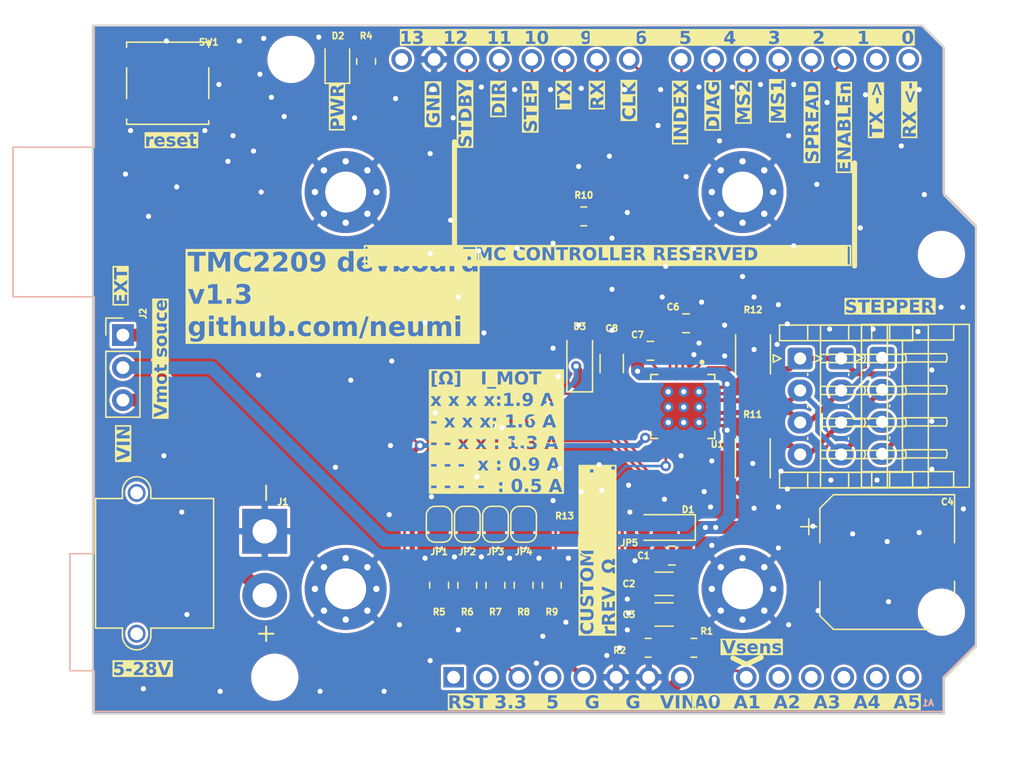
<source format=kicad_pcb>
(kicad_pcb (version 20221018) (generator pcbnew)
  (layers (0 "F.Cu" signal) (31 "B.Cu" signal) (34 "B.Paste" user) (35 "F.Paste" user) (36 "B.SilkS" user "B.Silkscreen") (37 "F.SilkS" user "F.Silkscreen") (38 "B.Mask" user) (39 "F.Mask" user) (44 "Edge.Cuts" user))
  (net 0 "")
  (net 3 "rst")
  (net 4 "+3V3")
  (net 5 "+5V")
  (net 6 "GND")
  (net 7 "Net-(A1-VIN)")
  (net 8 "MOT_INDEX")
  (net 16 "MOT_DIR")
  (net 17 "MOT_STEP")
  (net 18 "MOT_STANDBY")
  (net 19 "MOT_CLK")
  (net 20 "MOT_SPREAD")
  (net 21 "MOT_MS1")
  (net 22 "MOT_MS2")
  (net 23 "MOT_DIAG")
  (net 24 "MOT_ENABLE")
  (net 26 "Vdrive")
  (net 27 "+28V")
  (net 28 "Net-(U1-CPO)")
  (net 29 "Net-(JP1-A)")
  (net 30 "Net-(JP1-B)")
  (net 31 "Net-(JP2-B)")
  (net 32 "Net-(JP3-B)")
  (net 33 "Net-(JP4-B)")
  (net 34 "Net-(JP5-A)")
  (net 35 "MOT_UART_TX")
  (net 36 "MOT_UART_RX")
  (net 37 "Net-(U1-CPI)")
  (net 38 "Net-(U1-VCP)")
  (net 39 "voltage_detect")
  (net 40 "Net-(D3-K)")
  (net 41 "Net-(D2-A)")
  (net 42 "Net-(U1-BRA)")
  (net 43 "Net-(U1-BRB)")
  (net 44 "unconnected-(U1-EXP-Pad29)")
  (net 46 "OA1")
  (net 47 "OB1")
  (net 48 "OA2")
  (net 49 "OB2")
  (footprint "Resistor_SMD:R_0805_2012Metric" (layer "F.Cu") (at 63.6 24.8 90)
    (fp_text reference "R4")
    (fp_text value "R330" hide)
  )
  (footprint "Capacitor_SMD:C_0805_2012Metric" (layer "F.Cu") (at 87.475 63.4)
    (fp_text reference "C1")
    (fp_text value "C100nF" hide)
  )
  (footprint "Resistor_SMD:R_0805_2012Metric" (layer "F.Cu") (at 69.3 65.7125 90)
    (fp_text reference "R5")
    (fp_text value "R33k" hide)
  )
  (footprint "Resistor_SMD:R_0805_2012Metric" (layer "F.Cu") (at 89.2 70.6 180)
    (fp_text reference "R1")
    (fp_text value "R10k" hide)
  )
  (footprint "Jumper:SolderJumper-2_P1.3mm_Open_RoundedPad1.0x1.5mm" (layer "F.Cu") (at 71.5 60.95 -90)
    (fp_text reference "JP2")
    (fp_text value "Jumper" hide)
  )
  (footprint "Button_Switch_SMD:SW_Push_1P1T_NO_CK_KSC6xxJ" (layer "F.Cu") (at 48.1 26.5)
    (fp_text reference "SW1")
    (fp_text value "SW_Push" hide)
  )
  (footprint "Capacitor_SMD:CP_Elec_10x10" (layer "F.Cu") (at 104.3 63.9)
    (fp_text reference "C4")
    (fp_text value "C_330uF" hide)
  )
  (footprint "Jumper:SolderJumper-2_P1.3mm_Bridged_RoundedPad1.0x1.5mm" (layer "F.Cu") (at 81.6 62.4 180)
    (fp_text reference "JP5")
    (fp_text value "SolderJumper_2_Bridged" hide)
  )
  (footprint "Jumper:SolderJumper-2_P1.3mm_Open_RoundedPad1.0x1.5mm" (layer "F.Cu") (at 69.3 60.95 -90)
    (fp_text reference "JP1")
    (fp_text value "Jumper" hide)
  )
  (footprint "Connector_PinHeader_2.54mm:PinHeader_1x03_P2.54mm_Vertical" (layer "F.Cu") (at 44.6 46.175)
    (fp_text reference "J2")
    (fp_text value "Conn_01x03_Pin" hide)
  )
  (footprint "Resistor_SMD:R_0805_2012Metric" (layer "F.Cu") (at 78.1 65.7125 90)
    (fp_text reference "R9")
    (fp_text value "R33k" hide)
  )
  (footprint "Diode_SMD:D_SOD-123" (layer "F.Cu") (at 86.95 61.2 180)
    (fp_text reference "D1")
    (fp_text value "D_TVS_30V" hide)
  )
  (footprint "Resistor_SMD:R_0805_2012Metric" (layer "F.Cu") (at 81.7 60.2 180)
    (fp_text reference "R13")
    (fp_text value "R33k" hide)
  )
  (footprint "Capacitor_SMD:C_1206_3216Metric" (layer "F.Cu") (at 82.7825 48.4 90)
    (fp_text reference "C8")
    (fp_text value "C2.2-4.7uF ceramic" hide)
  )
  (footprint "MountingHole:MountingHole_3.2mm_M3_Pad_Via" (layer "F.Cu") (at 62 35)
    (fp_text reference "H4" hide)
    (fp_text value "MountingHole_Pad" hide)
  )
  (footprint "Jumper:SolderJumper-2_P1.3mm_Open_RoundedPad1.0x1.5mm" (layer "F.Cu") (at 73.7 60.95 -90)
    (fp_text reference "JP3")
    (fp_text value "Jumper" hide)
  )
  (footprint "MountingHole:MountingHole_3.2mm_M3_Pad_Via" (layer "F.Cu") (at 62 66)
    (fp_text reference "H3" hide)
    (fp_text value "MountingHole_Pad" hide)
  )
  (footprint "Resistor_SMD:R_0805_2012Metric" (layer "F.Cu") (at 80.6 36.9)
    (fp_text reference "R10")
    (fp_text value "R1k" hide)
  )
  (footprint "Capacitor_SMD:C_1206_3216Metric" (layer "F.Cu") (at 86.875 68 180)
    (fp_text reference "C3")
    (fp_text value "C4.7uF" hide)
  )
  (footprint "Connector_JST:JST_EH_S4B-EH_1x04_P2.50mm_Horizontal" (layer "F.Cu") (at 97.5 48 -90)
    (fp_text reference "J5" hide)
    (fp_text value "motor_conn" hide)
  )
  (footprint "Resistor_SMD:R_2010_5025Metric" (layer "F.Cu") (at 93.8175 47.6875 -90)
    (fp_text reference "R12")
    (fp_text value "R100mOHM" hide)
  )
  (footprint "Resistor_SMD:R_0805_2012Metric" (layer "F.Cu") (at 73.7 65.7125 90)
    (fp_text reference "R7")
    (fp_text value "R33k" hide)
  )
  (footprint "Resistor_SMD:R_0805_2012Metric" (layer "F.Cu") (at 71.5 65.7125 90)
    (fp_text reference "R6")
    (fp_text value "R33k" hide)
  )
  (footprint "Capacitor_SMD:C_0805_2012Metric" (layer "F.Cu") (at 88.5825 45.25)
    (fp_text reference "C6")
    (fp_text value "C22nF 50V" hide)
  )
  (footprint "components:QFN50P500X500X90-29N" (layer "F.Cu") (at 88.3325 51.75 -90)
    (fp_text reference "U1")
    (fp_text value "TMC2209-LA" hide)
  )
  (footprint "Capacitor_SMD:C_1206_3216Metric" (layer "F.Cu") (at 86.875 65.6 180)
    (fp_text reference "C2")
    (fp_text value "C10uF" hide)
  )
  (footprint "Capacitor_SMD:C_0805_2012Metric" (layer "F.Cu") (at 85.8 47.4 180)
    (fp_text reference "C7")
    (fp_text value "C100nF" hide)
  )
  (footprint "Connector_AMASS:AMASS_XT30PW-M_1x02_P2.50mm_Horizontal" (layer "F.Cu") (at 55.675 61.5 90)
    (fp_text reference "J1")
    (fp_text value "Conn_01x02_Male" hide)
  )
  (footprint "LED_SMD:LED_0805_2012Metric" (layer "F.Cu") (at 61.35 24.825 90)
    (fp_text reference "D2")
    (fp_text value "LED" hide)
  )
  (footprint "MountingHole:MountingHole_3.2mm_M3_Pad_Via" (layer "F.Cu") (at 93 66)
    (fp_text reference "H2" hide)
    (fp_text value "MountingHole_Pad" hide)
  )
  (footprint "Resistor_SMD:R_0805_2012Metric" (layer "F.Cu") (at 75.9 65.7125 90)
    (fp_text reference "R8")
    (fp_text value "R33k" hide)
  )
  (footprint "Jumper:SolderJumper-2_P1.3mm_Open_RoundedPad1.0x1.5mm" (layer "F.Cu") (at 75.9 60.95 -90)
    (fp_text reference "JP4")
    (fp_text value "Jumper" hide)
  )
  (footprint "Connector_JST:JST_EH_S4B-EH_1x04_P2.50mm_Horizontal" (layer "F.Cu") (at 103.9 47.95 -90)
    (fp_text reference "J4" hide)
    (fp_text value "motor_conn" hide)
  )
  (footprint "Diode_SMD:D_SOD-123" (layer "F.Cu") (at 80.2825 48.25 90)
    (fp_text reference "D3")
    (fp_text value "D_TVS_5V" hide)
  )
  (footprint "Resistor_SMD:R_0805_2012Metric" (layer "F.Cu") (at 85.625 70.6 180)
    (fp_text reference "R2")
    (fp_text value "R2k" hide)
  )
  (footprint "Resistor_SMD:R_2010_5025Metric" (layer "F.Cu") (at 93.8 55.8 90)
    (fp_text reference "R11")
    (fp_text value "R100mOHM" hide)
  )
  (footprint "MountingHole:MountingHole_3.2mm_M3_Pad_Via" (layer "F.Cu") (at 93 35)
    (fp_text reference "H1" hide)
    (fp_text value "MountingHole_Pad" hide)
  )
  (footprint "Connector_JST:JST_EH_S4B-EH_1x04_P2.50mm_Horizontal" (layer "F.Cu") (at 100.7 48 -90)
    (fp_text reference "J6" hide)
    (fp_text value "motor_conn" hide)
  )
  (footprint "Module:Arduino_UNO_R2_WithMountingHoles" (layer "B.Cu") (at 70.4325 72.9)
    (fp_text reference "A1")
    (fp_text value "Arduino_UNO_R2" hide)
  )
  (gr_line (start 92.25 71.4) (end 93.3 71.9) (stroke (width 0.4)) (layer "F.SilkS"))
  (gr_line (start 101.75 40.775) (end 101.75 32.725) (stroke (width 0.4)) (layer "F.SilkS"))
  (gr_line (start 93.3 71.9) (end 94.45 71.35) (stroke (width 0.4)) (layer "F.SilkS"))
  (gr_line (start 70.5 39.125) (end 70.5 31.075) (stroke (width 0.4)) (layer "F.SilkS"))
  (gr_line (start 108.75 35.25) (end 111.25 37.75) (stroke (width 0.15)) (layer "Edge.Cuts"))
  (gr_line (start 111.2325 37.65) (end 111.2325 70.4) (stroke (width 0.15)) (layer "Edge.Cuts"))
  (gr_line (start 111.25 70.5) (end 108.75 73) (stroke (width 0.15)) (layer "Edge.Cuts"))
  (gr_line (start 108.75 73) (end 108.75 75.75) (stroke (width 0.15)) (layer "Edge.Cuts"))
  (gr_line (start 42.25 22) (end 42.25 75.75) (stroke (width 0.15)) (layer "Edge.Cuts"))
  (gr_line (start 108.75 75.75) (end 42.25 75.75) (stroke (width 0.15)) (layer "Edge.Cuts"))
  (gr_line (start 108.75 23.75) (end 108.75 35.25) (stroke (width 0.15)) (layer "Edge.Cuts"))
  (gr_line (start 42.25 22) (end 107 22) (stroke (width 0.15)) (layer "Edge.Cuts"))
  (gr_line (start 107 22) (end 108.75 23.75) (stroke (width 0.15)) (layer "Edge.Cuts"))
  (gr_text "STEP" (at 77.1 26.4 90) (layer "F.SilkS" knockout) (effects (font (size 1 1) (thickness 0.25) bold) (justify right bottom)))
  (gr_text "13   12   11  10     9     8" (at 84.7 23.6) (layer "F.SilkS" knockout) (effects (font (size 1 1) (thickness 0.25) bold) (justify right bottom)))
  (gr_text "Vmot souce" (at 48.2 52.6 90) (layer "F.SilkS" knockout) (effects (font (size 1 1) (thickness 0.25) bold) (justify left bottom)))
  (gr_text "ENABLEn" (at 101.6 26.4 90) (layer "F.SilkS" knockout) (effects (font (size 1 1) (thickness 0.25) bold) (justify right bottom)))
  (gr_text "RX" (at 82.3 26.4 90) (layer "F.SilkS" knockout) (effects (font (size 1 1) (thickness 0.25) bold) (justify right bottom)))
  (gr_text "TX ->" (at 104.1 26.4 90) (layer "F.SilkS" knockout) (effects (font (size 1 1) (thickness 0.25) bold) (justify right bottom)))
  (gr_text "STDBY" (at 72 26.4 90) (layer "F.SilkS" knockout) (effects (font (size 1 1) (thickness 0.25) bold) (justify right bottom)))
  (gr_text "TX" (at 79.7 26.4 90) (layer "F.SilkS" knockout) (effects (font (size 1 1) (thickness 0.25) bold) (justify right bottom)))
  (gr_text "5-28V" (at 43.8 72.9) (layer "F.SilkS" knockout) (effects (font (size 1 1) (thickness 0.25) bold) (justify left bottom)))
  (gr_text "reset" (at 46.3 31.6) (layer "F.SilkS" knockout) (effects (font (size 1 1) (thickness 0.25) bold) (justify left bottom)))
  (gr_text "Vsens" (at 91.4 71.2) (layer "F.SilkS" knockout) (effects (font (size 1 1) (thickness 0.25) bold) (justify left bottom)))
  (gr_text "GND" (at 69.5 26.4 90) (layer "F.SilkS" knockout) (effects (font (size 1 1) (thickness 0.25) bold) (justify right bottom)))
  (gr_text "MS2" (at 93.75 26.3 90) (layer "F.SilkS" knockout) (effects (font (size 1 1) (thickness 0.25) bold) (justify right bottom)))
  (gr_text "CLK" (at 84.8 26.4 90) (layer "F.SilkS" knockout) (effects (font (size 1 1) (thickness 0.25) bold) (justify right bottom)))
  (gr_text "RX <-" (at 106.7 26.4 90) (layer "F.SilkS" knockout) (effects (font (size 1 1) (thickness 0.25) bold) (justify right bottom)))
  (gr_text "INDEX" (at 88.8 26.4 90) (layer "F.SilkS" knockout) (effects (font (size 1 1) (thickness 0.25) bold) (justify right bottom)))
  (gr_text "[Ω]   I_MOT \nx x x x:1.9 A\n- x x x: 1.6 A\n- - x x : 1.3 A\n- - -  x : 0.9 A\n- - -  -  : 0.5 A" (at 68.6 58.6) (layer "F.SilkS" knockout) (effects (font (size 1 1) (thickness 0.25) bold) (justify left bottom)))
  (gr_text "DIR" (at 74.6 26.4 90) (layer "F.SilkS" knockout) (effects (font (size 1 1) (thickness 0.25) bold) (justify right bottom)))
  (gr_text "DIAG" (at 91.35 26.3 90) (layer "F.SilkS" knockout) (effects (font (size 1 1) (thickness 0.25) bold) (justify right bottom)))
  (gr_text "CUSTOM            .\nrREV  Ω              ." (at 83.2 69.6 90) (layer "F.SilkS" knockout) (effects (font (size 1 1) (thickness 0.25) bold) (justify left bottom)))
  (gr_text "RST 3.3   5    G    G   VIN" (at 89.4 75.5) (layer "F.SilkS" knockout) (effects (font (size 1 1.03) (thickness 0.25) bold) (justify right bottom)))
  (gr_text "MS1" (at 96.4 26.2 90) (layer "F.SilkS" knockout) (effects (font (size 1 1) (thickness 0.25) bold) (justify right bottom)))
  (gr_text "TMC2209 devboard\nv1.3\ngithub.com/neumi" (at 49.65 46.5) (layer "F.SilkS" knockout) (effects (font (size 1.5 1.5) (thickness 0.3) bold) (justify left bottom)))
  (gr_text "|               TMC CONTROLLER RESERVED              |" (at 101.55 40.5) (layer "F.SilkS" knockout) (effects (font (size 1 1) (thickness 0.25) bold) (justify right bottom)))
  (gr_text "SPREAD" (at 99.1 26.4 90) (layer "F.SilkS" knockout) (effects (font (size 1 1) (thickness 0.25) bold) (justify right bottom)))
  (gr_text "VIN" (at 45.3 55.975 90) (layer "F.SilkS" knockout) (effects (font (size 1 1) (thickness 0.25) bold) (justify left bottom)))
  (gr_text "PWR" (at 62 30.2 90) (layer "F.SilkS" knockout) (effects (font (size 1 1) (thickness 0.25) bold) (justify left bottom)))
  (gr_text "A0  A1  A2  A3  A4  A5" (at 106.9 75.5) (layer "F.SilkS" knockout) (effects (font (size 1 1.03) (thickness 0.25) bold) (justify right bottom)))
  (gr_text "7     6     5     4     3     2     1     0" (at 106.4 23.6) (layer "F.SilkS" knockout) (effects (font (size 1 1.02) (thickness 0.25) bold) (justify right bottom)))
  (gr_text "EXT" (at 45.1 43.875 90) (layer "F.SilkS" knockout) (effects (font (size 1 1) (thickness 0.25) bold) (justify left bottom)))
  (gr_text "STEPPER" (at 100.9825 44.6) (layer "F.SilkS" knockout) (effects (font (size 1 1) (thickness 0.25) bold) (justify left bottom)))
  (segment (start 69.68995 71.3) (end 73.83 71.3) (width 0.2) (layer "F.Cu") (net 3))
  (segment (start 53.7 25.1) (end 53.7 29.6625) (width 0.2) (layer "F.Cu") (net 3))
  (segment (start 66.6 68.21005) (end 69.68995 71.3) (width 0.2) (layer "F.Cu") (net 3))
  (segment (start 66.6 32) (end 66.6 68.21005) (width 0.2) (layer "F.Cu") (net 3))
  (segment (start 54.6 30.5625) (end 65.1625 30.5625) (width 0.2) (layer "F.Cu") (net 3))
  (segment (start 53.1 24.5) (end 53.7 25.1) (width 0.2) (layer "F.Cu") (net 3))
  (segment (start 73.83 71.3) (end 75.53 73) (width 0.2) (layer "F.Cu") (net 3))
  (segment (start 53.7 29.6625) (end 54.6 30.5625) (width 0.2) (layer "F.Cu") (net 3))
  (segment (start 45.2 24.5) (end 51 24.5) (width 0.2) (layer "F.Cu") (net 3))
  (segment (start 51 24.5) (end 53.1 24.5) (width 0.2) (layer "F.Cu") (net 3))
  (segment (start 65.1625 30.5625) (end 66.6 32) (width 0.2) (layer "F.Cu") (net 3))
  (segment (start 85.4 54.2) (end 86.7975 54.2) (width 0.4) (layer "F.Cu") (net 5))
  (segment (start 67.2 59.6) (end 67.2 58.9) (width 0.4) (layer "F.Cu") (net 5))
  (segment (start 67 32.4) (end 67 54) (width 0.2) (layer "F.Cu") (net 5))
  (segment (start 63.6 27.58995) (end 63.6 25.7125) (width 0.2) (layer "F.Cu") (net 5))
  (segment (start 67 54) (end 67.8 54.8) (width 0.2) (layer "F.Cu") (net 5))
  (segment (start 78.41 70.8) (end 70.2 70.8) (width 0.4) (layer "F.Cu") (net 5))
  (segment (start 67 30.98995) (end 63.6 27.58995) (width 0.2) (layer "F.Cu") (net 5))
  (segment (start 67.2 55.4) (end 67.8 54.8) (width 0.4) (layer "F.Cu") (net 5))
  (segment (start 67 32.4) (end 67 30.98995) (width 0.2) (layer "F.Cu") (net 5))
  (segment (start 67.2 59.6) (end 67.2 55.4) (width 0.4) (layer "F.Cu") (net 5))
  (segment (start 80.61 73) (end 78.41 70.8) (width 0.4) (layer "F.Cu") (net 5))
  (segment (start 67.4 55.2) (end 67.8 54.8) (width 0.4) (layer "F.Cu") (net 5))
  (segment (start 67.2 67.8) (end 67.2 59.6) (width 0.4) (layer "F.Cu") (net 5))
  (segment (start 67 31.8) (end 67 32.4) (width 0.2) (layer "F.Cu") (net 5))
  (segment (start 70.2 70.8) (end 67.2 67.8) (width 0.4) (layer "F.Cu") (net 5))
  (via (at 85.4 54.2) (size 0.8) (drill 0.4) (layers "F.Cu" "B.Cu") (net 5))
  (via (at 67.8 54.8) (size 0.8) (drill 0.4) (layers "F.Cu" "B.Cu") (net 5))
  (segment (start 67.8 54.8) (end 84.8 54.8) (width 0.4) (layer "B.Cu") (net 5))
  (segment (start 84.8 54.8) (end 85.4 54.2) (width 0.4) (layer "B.Cu") (net 5))
  (via (at 107.7825 52.9) (size 0.8) (drill 0.4) (layers "F.Cu" "B.Cu") (net 6))
  (via (at 68.7 58.8) (size 0.8) (drill 0.4) (layers "F.Cu" "B.Cu") (net 6))
  (via (at 60 74) (size 0.8) (drill 0.4) (layers "F.Cu" "B.Cu") (net 6))
  (via (at 97 26.6) (size 0.8) (drill 0.4) (layers "F.Cu" "B.Cu") (net 6))
  (via (at 82.8 42.6) (size 0.8) (drill 0.4) (layers "F.Cu" "B.Cu") (net 6))
  (via (at 107.7825 48.9) (size 0.8) (drill 0.4) (layers "F.Cu" "B.Cu") (net 6))
  (via (at 80.2 33) (size 0.8) (drill 0.4) (layers "F.Cu" "B.Cu") (net 6))
  (via (at 68.6 39.8) (size 0.8) (drill 0.4) (layers "F.Cu" "B.Cu") (net 6))
  (via (at 95.8 62.8) (size 0.8) (drill 0.4) (layers "F.Cu" "B.Cu") (net 6))
  (via (at 99.9 57.5) (size 0.8) (drill 0.4) (layers "F.Cu" "B.Cu") (net 6))
  (via (at 86.725 43.2) (size 0.8) (drill 0.4) (layers "F.Cu" "B.Cu") (net 6))
  (via (at 96.6 30.6) (size 0.8) (drill 0.4) (layers "F.Cu" "B.Cu") (net 6))
  (via (at 68.6 32) (size 0.8) (drill 0.4) (layers "F.Cu" "B.Cu") (net 6))
  (via (at 84 36.6) (size 0.8) (drill 0.4) (layers "F.Cu" "B.Cu") (net 6))
  (via (at 99.8 45.7) (size 0.8) (drill 0.4) (layers "F.Cu" "B.Cu") (net 6))
  (via (at 72.6 63.5) (size 0.8) (drill 0.4) (layers "F.Cu" "B.Cu") (net 6))
  (via (at 98.9 67.7) (size 0.8) (drill 0.4) (layers "F.Cu" "B.Cu") (net 6))
  (via (at 82.4 71.2) (size 0.8) (drill 0.4) (layers "F.Cu" "B.Cu") (net 6))
  (via (at 52.8 32.6) (size 0.8) (drill 0.4) (layers "F.Cu" "B.Cu") (net 6))
  (via (at 47.8 55.6) (size 0.8) (drill 0.4) (layers "F.Cu" "B.Cu") (net 6))
  (via (at 90 58.4) (size 0.8) (drill 0.4) (layers "F.Cu" "B.Cu") (net 6))
  (via (at 52.1 26.6) (size 0.8) (drill 0.4) (layers "F.Cu" "B.Cu") (net 6))
  (via (at 83.4 70.6) (size 0.8) (drill 0.4) (layers "F.Cu" "B.Cu") (net 6))
  (via (at 91.6 47.8) (size 0.8) (drill 0.4) (layers "F.Cu" "B.Cu") (net 6))
  (via (at 68.2 63.6) (size 0.8) (drill 0.4) (layers "F.Cu" "B.Cu") (net 6))
  (via (at 75.2 27) (size 0.8) (drill 0.4) (layers "F.Cu" "B.Cu") (net 6))
  (via (at 103.5 57.5) (size 0.8) (drill 0.4) (layers "F.Cu" "B.Cu") (net 6))
  (via (at 70.2 37.2) (size 0.8) (drill 0.4) (layers "F.Cu" "B.Cu") (net 6))
  (via (at 93 41.6) (size 0.8) (drill 0.4) (layers "F.Cu" "B.Cu") (net 6))
  (via (at 84.2 60) (size 0.8) (drill 0.4) (layers "F.Cu" "B.Cu") (net 6))
  (via (at 45.2 30.2) (size 0.8) (drill 0.4) (layers "F.Cu" "B.Cu") (net 6))
  (via (at 55.2 49.3) (size 0.8) (drill 0.4) (layers "F.Cu" "B.Cu") (net 6))
  (via (at 91.2 31) (size 0.8) (drill 0.4) (layers "F.Cu" "B.Cu") (net 6))
  (via (at 78.2 47.2) (size 0.8) (drill 0.4) (layers "F.Cu" "B.Cu") (net 6))
  (via (at 72.8 46) (size 0.8) (drill 0.4) (layers "F.Cu" "B.Cu") (net 6))
  (via (at 98.5 61.1) (size 0.8) (drill 0.4) (layers "F.Cu" "B.Cu") (net 6))
  (via (at 84.1 57.9) (size 0.8) (drill 0.4) (layers "F.Cu" "B.Cu") (net 6))
  (via (at 81.8 56.3) (size 0.8) (drill 0.4) (layers "F.Cu" "B.Cu") (net 6))
  (via (at 98.8 34.4) (size 0.8) (drill 0.4) (layers "F.Cu" "B.Cu") (net 6))
  (via (at 53.7 23.2) (size 0.8) (drill 0.4) (layers "F.Cu" "B.Cu") (net 6))
  (via (at 53.2 30.6) (size 0.8) (drill 0.4) (layers "F.Cu" "B.Cu") (net 6))
  (via (at 90.6 56) (size 0.8) (drill 0.4) (layers "F.Cu" "B.Cu") (net 6))
  (via (at 57.2 29.1) (size 0.8) (drill 0.4) (layers "F.Cu" "B.Cu") (net 6))
  (via (at 77.1 63.6) (size 0.8) (drill 0.4) (layers "F.Cu" "B.Cu") (net 6))
  (via (at 70.5 63.5) (size 0.8) (drill 0.4) (layers "F.Cu" "B.Cu") (net 6))
  (via (at 72.25 57.25) (size 0.8) (drill 0.4) (layers "F.Cu" "B.Cu") (net 6))
  (via (at 61.2 56.5) (size 0.8) (drill 0.4) (layers "F.Cu" "B.Cu") (net 6))
  (via (at 78 27) (size 0.8) (drill 0.4) (layers "F.Cu" "B.Cu") (net 6))
  (via (at 70.8 69.2) (size 0.8) (drill 0.4) (layers "F.Cu" "B.Cu") (net 6))
  (via (at 96.6 68.8) (size 0.8) (drill 0.4) (layers "F.Cu" "B.Cu") (net 6))
  (via (at 88.6 33.8) (size 0.8) (drill 0.4) (layers "F.Cu" "B.Cu") (net 6))
  (via (at 65.9 27.7) (size 0.8) (drill 0.4) (layers "F.Cu" "B.Cu") (net 6))
  (via (at 75.4 39.4) (size 0.8) (drill 0.4) (layers "F.Cu" "B.Cu") (net 6))
  (via (at 90.6 62.6) (size 0.8) (drill 0.4) (layers "F.Cu" "B.Cu") (net 6))
  (via (at 93.9 43.2) (size 0.8) (drill 0.4) (layers "F.Cu" "B.Cu") (net 6))
  (via (at 52.2 74) (size 0.8) (drill 0.4) (layers "F.Cu" "B.Cu") (net 6))
  (via (at 97 39.2) (size 0.8) (drill 0.4) (layers "F.Cu" "B.Cu") (net 6))
  (via (at 59.9 22.9) (size 0.8) (drill 0.4) (layers "F.Cu" "B.Cu") (net 6))
  (via (at 86.4 29.8) (size 0.8) (drill 0.4) (layers "F.Cu" "B.Cu") (net 6))
  (via (at 49.2 60) (size 0.8) (drill 0.4) (layers "F.Cu" "B.Cu") (net 6))
  (via (at 83.8 27) (size 0.8) (drill 0.4) (layers "F.Cu" "B.Cu") (net 6))
  (via (at 72.6 26.8) (size 0.8) (drill 0.4) (layers "F.Cu" "B.Cu") (net 6))
  (via (at 78.7 56.6) (size 0.8) (drill 0.4) (layers "F.Cu" "B.Cu") (net 6))
  (via (at 78.2 59.1) (size 0.8) (drill 0.4) (layers "F.Cu" "B.Cu") (net 6))
  (via (at 102.2 37.8) (size 0.8) (drill 0.4) (layers "F.Cu" "B.Cu") (net 6))
  (via (at 74.8 63.6) (size 0.8) (drill 0.4) (layers "F.Cu" "B.Cu") (net 6))
  (via (at 79.2 68.6) (size 0.8) (drill 0.4) (layers "F.Cu" "B.Cu") (net 6))
  (via (at 62.7 29.2) (size 0.8) (drill 0.4) (layers "F.Cu" "B.Cu") (net 6))
  (via (at 51 30.2) (size 0.8) (drill 0.4) (layers "F.Cu" "B.Cu") (net 6))
  (via (at 68.8 27) (size 0.8) (drill 0.4) (layers "F.Cu" "B.Cu") (net 6))
  (via (at 89.8 43.6) (size 0.8) (drill 0.4) (layers "F.Cu" "B.Cu") (net 6))
  (via (at 69 52.25) (size 0.8) (drill 0.4) (layers "F.Cu" "B.Cu") (net 6))
  (via (at 82.8 45.8) (size 0.8) (drill 0.4) (layers "F.Cu" "B.Cu") (net 6))
  (via (at 70.4 29.2) (size 0.8) (drill 0.4) (layers "F.Cu" "B.Cu") (net 6))
  (via (at 105.4 31.4) (size 0.8) (drill 0.4) (layers "F.Cu" "B.Cu") (net 6))
  (via (at 55.4 35) (size 0.8) (drill 0.4) (layers "F.Cu" "B.Cu") (net 6))
  (via (at 82.8 38.6) (size 0.8) (drill 0.4) (layers "F.Cu" "B.Cu") (net 6))
  (via (at 95.8 59.6) (size 0.8) (drill 0.4) (layers "F.Cu" "B.Cu") (net 6))
  (via (at 89.2 39.4) (size 0.8) (drill 0.4) (layers "F.Cu" "B.Cu") (net 6))
  (via (at 84 66.8) (size 0.8) (drill 0.4) (layers "F.Cu" "B.Cu") (net 6))
  (via (at 104.3 62.3) (size 0.8) (drill 0.4) (layers "F.Cu" "B.Cu") (net 6))
  (via (at 89.6 26.8) (size 0.8) (drill 0.4) (layers "F.Cu" "B.Cu") (net 6))
  (via (at 65.6 48.2) (size 0.8) (drill 0.4) (layers "F.Cu" "B.Cu") (net 6))
  (via (at 99.6 28) (size 0.8) (drill 0.4) (layers "F.Cu" "B.Cu") (net 6))
  (via (at 65.4 60.2) (size 0.8) (drill 0.4) (layers "F.Cu" "B.Cu") (net 6))
  (via (at 101.6 61.7) (size 0.8) (drill 0.4) (layers "F.Cu" "B.Cu") (net 6))
  (via (at 110.25 59.75) (size 0.8) (drill 0.4) (layers "F.Cu" "B.Cu") (net 6))
  (via (at 72.4 39.6) (size 0.8) (drill 0.4) (layers "F.Cu" "B.Cu") (net 6))
  (via (at 104.4 67) (size 0.8) (drill 0.4) (layers "F.Cu" "B.Cu") (net 6))
  (via (at 56.2 27.6) (size 0.8) (drill 0.4) (layers "F.Cu" "B.Cu") (net 6))
  (via (at 82.6 32.2) (size 0.8) (drill 0.4) (layers "F.Cu" "B.Cu") (net 6))
  (via (at 107.7825 56.65) (size 0.8) (drill 0.4) (layers "F.Cu" "B.Cu") (net 6))
  (via (at 66.2 68.8) (size 0.8) (drill 0.4) (layers "F.Cu" "B.Cu") (net 6))
  (via (at 46.2 73.8) (size 0.8) (drill 0.4) (layers "F.Cu" "B.Cu") (net 6))
  (via (at 78.6 49.4) (size 0.8) (drill 0.4) (layers "F.Cu" "B.Cu") (net 6))
  (via (at 46.6 36.9) (size 0.8) (drill 0.4) (layers "F.Cu" "B.Cu") (net 6))
  (via (at 65.5 54.8) (size 0.8) (drill 0.4) (layers "F.Cu" "B.Cu") (net 6))
  (via (at 106.7 45.9) (size 0.8) (drill 0.4) (layers "F.Cu" "B.Cu") (net 6))
  (via (at 78.2 39) (size 0.8) (drill 0.4) (layers "F.Cu" "B.Cu") (net 6))
  (via (at 95.8 43.8) (size 0.8) (drill 0.4) (layers "F.Cu" "B.Cu") (net 6))
  (via (at 106.8 27) (size 0.8) (drill 0.4) (layers "F.Cu" "B.Cu") (net 6))
  (via (at 79.4 63.6) (size 0.8) (drill 0.4) (layers "F.Cu" "B.Cu") (net 6))
  (via (at 94.4 26.6) (size 0.8) (drill 0.4) (layers "F.Cu" "B.Cu") (net 6))
  (via (at 91.6 45.4) (size 0.8) (drill 0.4) (layers "F.Cu" "B.Cu") (net 6))
  (via (at 93.9 47.3) (size 0.8) (drill 0.4) (layers "F.Cu" "B.Cu") (net 6))
  (via (at 86.6 27) (size 0.8) (drill 0.4) (layers "F.Cu" "B.Cu") (net 6))
  (via (at 107.2 35.2) (size 0.8) (drill 0.4) (layers "F.Cu" "B.Cu") (net 6))
  (via (at 68.2 45.2) (size 0.8) (drill 0.4) (layers "F.Cu" "B.Cu") (net 6))
  (via (at 92.2 26.8) (size 0.8) (drill 0.4) (layers "F.Cu" "B.Cu") (net 6))
  (via (at 84.1 67.9) (size 0.8) (drill 0.4) (layers "F.Cu" "B.Cu") (net 6))
  (via (at 102.6 27.4) (size 0.8) (drill 0.4) (layers "F.Cu" "B.Cu") (net 6))
  (via (at 80.4 26.9) (size 0.8) (drill 0.4) (layers "F.Cu" "B.Cu") (net 6))
  (via (at 70.8 43.2) (size 0.8) (drill 0.4) (layers "F.Cu" "B.Cu") (net 6))
  (via (at 96.5 58.2) (size 0.8) (drill 0.4) (layers "F.Cu" "B.Cu") (net 6))
  (via (at 95.7 46.9) (size 0.8) (drill 0.4) (layers "F.Cu" "B.Cu") (net 6))
  (via (at 54.8 31.8) (size 0.8) (drill 0.4) (layers "F.Cu" "B.Cu") (net 6))
  (via (at 87 40.8) (size 0.8) (drill 0.4) (layers "F.Cu" "B.Cu") (net 6))
  (via (at 93.9 59.7) (size 0.8) (drill 0.4) (layers "F.Cu" "B.Cu") (net 6))
  (via (at 77.4 69.7) (size 0.8) (drill 0.4) (layers "F.Cu" "B.Cu") (net 6))
  (via (at 86.9 59) (size 0.8) (drill 0.4) (layers "F.Cu" "B.Cu") (net 6))
  (via (at 76.9 71.8) (size 0.8) (drill 0.4) (layers "F.Cu" "B.Cu") (net 6))
  (via (at 90.8 74.6) (size 0.8) (drill 0.4) (layers "F.Cu" "B.Cu") (net 6))
  (via (at 55.3 25.8) (size 0.8) (drill 0.4) (layers "F.Cu" "B.Cu") (net 6))
  (via (at 80.2 45.4) (size 0.8) (drill 0.4) (layers "F.Cu" "B.Cu") (net 6))
  (via (at 106.8 61.6) (size 0.8) (drill 0.4) (layers "F.Cu" "B.Cu") (net 6))
  (via (at 90.5 59.6) (size 0.8) (drill 0.4) (layers "F.Cu" "B.Cu") (net 6))
  (via (at 89.6 46.8) (size 0.8) (drill 0.4) (layers "F.Cu" "B.Cu") (net 6))
  (via (at 49.6 68) (size 0.8) (drill 0.4) (layers "F.Cu" "B.Cu") (net 6))
  (via (at 68.6 71.6) (size 0.8) (drill 0.4) (layers "F.Cu" "B.Cu") (net 6))
  (via (at 84.6 63.8) (size 0.8) (drill 0.4) (layers "F.Cu" "B.Cu") (net 6))
  (via (at 62.4 49.7) (size 0.8) (drill 0.4) (layers "F.Cu" "B.Cu") (net 6))
  (via (at 48.8 34.6) (size 0.8) (drill 0.4) (layers "F.Cu" "B.Cu") (net 6))
  (via (at 93.8 56.2) (size 0.8) (drill 0.4) (layers "F.Cu" "B.Cu") (net 6))
  (via (at 110.2 44) (size 0.8) (drill 0.4) (layers "F.Cu" "B.Cu") (net 6))
  (via (at 103.2 45.7) (size 0.8) (drill 0.4) (layers "F.Cu" "B.Cu") (net 6))
  (via (at 80.4 58.4) (size 0.8) (drill 0.4) (layers "F.Cu" "B.Cu") (net 6))
  (via (at 96.5 45.3) (size 0.8) (drill 0.4) (layers "F.Cu" "B.Cu") (net 6))
  (via (at 96 56.8) (size 0.8) (drill 0.4) (layers "F.Cu" "B.Cu") (net 6))
  (via (at 44.8 33.6) (size 0.8) (drill 0.4) (layers "F.Cu" "B.Cu") (net 6))
  (via (at 65 74) (size 0.8) (drill 0.4) (layers "F.Cu" "B.Cu") (net 6))
  (via (at 55.6 23) (size 0.8) (drill 0.4) (layers "F.Cu" "B.Cu") (net 6))
  (via (at 108.5 44) (size 0.8) (drill 0.4) (layers "F.Cu" "B.Cu") (net 6))
  (via (at 89.2 47.7) (size 0.8) (drill 0.4) (layers "F.Cu" "B.Cu") (net 6))
  (via (at 48 23.2) (size 0.8) (drill 0.4) (layers "F.Cu" "B.Cu") (net 6))
  (via (at 88.2 55.6) (size 0.8) (drill 0.4) (layers "F.Cu" "B.Cu") (net 6))
  (via (at 84 69.2) (size 0.8) (drill 0.4) (layers "F.Cu" "B.Cu") (net 6))
  (segment (start 50.92 65.92) (end 50.92 55) (width 1) (layer "F.Cu") (net 7))
  (segment (start 68.25 74.5) (end 65.25 71.5) (width 1) (layer "F.Cu") (net 7))
  (segment (start 47.175 51.255) (end 44.6 51.255) (width 1) (layer "F.Cu") (net 7))
  (segment (start 58 70) (end 55 70) (width 1) (layer "F.Cu") (net 7))
  (segment (start 65.25 71.5) (end 59.5 71.5) (width 1) (layer "F.Cu") (net 7))
  (segment (start 55 70) (end 50.92 65.92) (width 1) (layer "F.Cu") (net 7))
  (segment (start 86.73 74.5) (end 68.25 74.5) (width 1) (layer "F.Cu") (net 7))
  (segment (start 50.92 55) (end 47.175 51.255) (width 1) (layer "F.Cu") (net 7))
  (segment (start 59.5 71.5) (end 58 70) (width 1) (layer "F.Cu") (net 7))
  (segment (start 88.23 73) (end 86.73 74.5) (width 1) (layer "F.Cu") (net 7))
  (segment (start 85.369999 32.260001) (end 85.369999 38.395687) (width 0.2) (layer "F.Cu") (net 8))
  (segment (start 76 50.515686) (end 77.734314 52.25) (width 0.2) (layer "F.Cu") (net 8))
  (segment (start 77.734314 52.25) (end 85.8825 52.25) (width 0.2) (layer "F.Cu") (net 8))
  (segment (start 76 44.8) (end 76 50.515686) (width 0.2) (layer "F.Cu") (net 8))
  (segment (start 80.682843 40.117157) (end 76 44.8) (width 0.2) (layer "F.Cu") (net 8))
  (segment (start 88.23 29.4) (end 85.369999 32.260001) (width 0.2) (layer "F.Cu") (net 8))
  (segment (start 85.369999 38.395687) (end 83.648529 40.117157) (width 0.2) (layer "F.Cu") (net 8))
  (segment (start 88.23 24.74) (end 88.23 29.4) (width 0.2) (layer "F.Cu") (net 8))
  (segment (start 83.648529 40.117157) (end 80.682843 40.117157) (width 0.2) (layer "F.Cu") (net 8))
  (segment (start 75.910786 52.689214) (end 77.271572 54.05) (width 0.2) (layer "F.Cu") (net 16))
  (segment (start 88.8325 55.24255) (end 88.8325 54.2) (width 0.2) (layer "F.Cu") (net 16))
  (segment (start 75.910786 52.689214) (end 74.4 51.178428) (width 0.2) (layer "F.Cu") (net 16))
  (segment (start 89 55.8) (end 89 55.41005) (width 0.2) (layer "F.Cu") (net 16))
  (segment (start 82.85 54.05) (end 86.2 57.4) (width 0.2) (layer "F.Cu") (net 16))
  (segment (start 74.01 43.61) (end 74.01 24.74) (width 0.2) (layer "F.Cu") (net 16))
  (segment (start 87.4 57.4) (end 89 55.8) (width 0.2) (layer "F.Cu") (net 16))
  (segment (start 77.271572 54.05) (end 82.85 54.05) (width 0.2) (layer "F.Cu") (net 16))
  (segment (start 89 55.41005) (end 88.8325 55.24255) (width 0.2) (layer "F.Cu") (net 16))
  (segment (start 74.4 51.178428) (end 74.4 44) (width 0.2) (layer "F.Cu") (net 16))
  (segment (start 86.2 57.4) (end 87.4 57.4) (width 0.2) (layer "F.Cu") (net 16))
  (segment (start 75.910785 52.689214) (end 75.910786 52.689214) (width 0.2) (layer "F.Cu") (net 16))
  (segment (start 74.4 44) (end 74.01 43.61) (width 0.2) (layer "F.Cu") (net 16))
  (segment (start 87.3325 54.659519) (end 87.3325 54.2) (width 0.2) (layer "F.Cu") (net 17))
  (segment (start 77.437257 53.65) (end 83.05 53.65) (width 0.2) (layer "F.Cu") (net 17))
  (segment (start 74.8 51.012743) (end 77.437257 53.65) (width 0.2) (layer "F.Cu") (net 17))
  (segment (start 76.55 42.518628) (end 74.8 44.268628) (width 0.2) (layer "F.Cu") (net 17))
  (segment (start 74.8 44.268628) (end 74.8 51.012743) (width 0.2) (layer "F.Cu") (net 17))
  (segment (start 85 55.6) (end 86.392019 55.6) (width 0.2) (layer "F.Cu") (net 17))
  (segment (start 83.05 53.65) (end 85 55.6) (width 0.2) (layer "F.Cu") (net 17))
  (segment (start 76.55 24.74) (end 76.55 42.518628) (width 0.2) (layer "F.Cu") (net 17))
  (segment (start 86.392019 55.6) (end 87.3325 54.659519) (width 0.2) (layer "F.Cu") (net 17))
  (segment (start 89.3325 54.659519) (end 89.3325 54.2) (width 0.2) (layer "F.Cu") (net 18))
  (segment (start 84.917157 56.682843) (end 86.034315 57.8) (width 0.2) (layer "F.Cu") (net 18))
  (segment (start 86.034315 57.8) (end 88.4 57.8) (width 0.2) (layer "F.Cu") (net 18))
  (segment (start 76.127943 53.472057) (end 77.105887 54.45) (width 0.2) (layer "F.Cu") (net 18))
  (segment (start 82.4 54.45) (end 82.684314 54.45) (width 0.2) (layer "F.Cu") (net 18))
  (segment (start 88.4 57.8) (end 89.8 56.4) (width 0.2) (layer "F.Cu") (net 18))
  (segment (start 74 44.4) (end 74 51.344114) (width 0.2) (layer "F.Cu") (net 18))
  (segment (start 89.3675 54.235) (end 89.3675 54.442107) (width 0.2) (layer "F.Cu") (net 18))
  (segment (start 89.8 55.127019) (end 89.3325 54.659519) (width 0.2) (layer "F.Cu") (net 18))
  (segment (start 74 51.344114) (end 76.127943 53.472057) (width 0.2) (layer "F.Cu") (net 18))
  (segment (start 89.8 56.4) (end 89.8 55.127019) (width 0.2) (layer "F.Cu") (net 18))
  (segment (start 89.3325 54.2) (end 89.3675 54.235) (width 0.2) (layer "F.Cu") (net 18))
  (segment (start 71.47 41.87) (end 74 44.4) (width 0.2) (layer "F.Cu") (net 18))
  (segment (start 82.684314 54.45) (end 84.917157 56.682843) (width 0.2) (layer "F.Cu") (net 18))
  (segment (start 77.105887 54.45) (end 82.4 54.45) (width 0.2) (layer "F.Cu") (net 18))
  (segment (start 71.47 24.74) (end 71.47 41.87) (width 0.2) (layer "F.Cu") (net 18))
  (segment (start 77.668628 52.75) (end 75.6 50.681371) (width 0.2) (layer "F.Cu") (net 19))
  (segment (start 84.969999 38.230001) (end 84.969999 25.539999) (width 0.2) (layer "F.Cu") (net 19))
  (segment (start 84.969999 25.539999) (end 84.17 24.74) (width 0.2) (layer "F.Cu") (net 19))
  (segment (start 75.6 44.6) (end 80.482843 39.717157) (width 0.2) (layer "F.Cu") (net 19))
  (segment (start 80.482843 39.717157) (end 83.482843 39.717157) (width 0.2) (layer "F.Cu") (net 19))
  (segment (start 75.6 50.681371) (end 75.6 44.6) (width 0.2) (layer "F.Cu") (net 19))
  (segment (start 83.482843 39.717157) (end 84.969999 38.230001) (width 0.2) (layer "F.Cu") (net 19))
  (segment (start 85.8825 52.75) (end 77.668628 52.75) (width 0.2) (layer "F.Cu") (net 19))
  (segment (start 90.497058 29.4) (end 87.148529 32.748529) (width 0.2) (layer "F.Cu") (net 20))
  (segment (start 87.148529 38.8799) (end 85.8 40.228428) (width 0.2) (layer "F.Cu") (net 20))
  (segment (start 85.8 40.228428) (end 85.8 48.2675) (width 0.2) (layer "F.Cu") (net 20))
  (segment (start 98.39 24.74) (end 98.39 26.2) (width 0.2) (layer "F.Cu") (net 20))
  (segment (start 98.39 26.2) (end 95.19 29.4) (width 0.2) (layer "F.Cu") (net 20))
  (segment (start 95.19 29.4) (end 90.497058 29.4) (width 0.2) (layer "F.Cu") (net 20))
  (segment (start 87.148529 32.748529) (end 87.148529 38.8799) (width 0.2) (layer "F.Cu") (net 20))
  (segment (start 85.8 48.2675) (end 86.8325 49.3) (width 0.2) (layer "F.Cu") (net 20))
  (segment (start 78.15 50.75) (end 85.8825 50.75) (width 0.2) (layer "F.Cu") (net 21))
  (segment (start 94.45 29) (end 90.331372 29) (width 0.2) (layer "F.Cu") (net 21))
  (segment (start 77.2 49.8) (end 78.15 50.75) (width 0.2) (layer "F.Cu") (net 21))
  (segment (start 84.062743 41.4) (end 81.2 41.4) (width 0.2) (layer "F.Cu") (net 21))
  (segment (start 90.331372 29) (end 86.665686 32.665686) (width 0.2) (layer "F.Cu") (net 21))
  (segment (start 86.665686 32.665686) (end 86.665686 38.797057) (width 0.2) (layer "F.Cu") (net 21))
  (segment (start 95.85 24.74) (end 95.85 27.6) (width 0.2) (layer "F.Cu") (net 21))
  (segment (start 95.85 27.6) (end 94.45 29) (width 0.2) (layer "F.Cu") (net 21))
  (segment (start 86.665686 38.797057) (end 84.062743 41.4) (width 0.2) (layer "F.Cu") (net 21))
  (segment (start 77.2 45.4) (end 77.2 49.8) (width 0.2) (layer "F.Cu") (net 21))
  (segment (start 81.2 41.4) (end 77.2 45.4) (width 0.2) (layer "F.Cu") (net 21))
  (segment (start 76.8 45.234314) (end 81.117157 40.917157) (width 0.2) (layer "F.Cu") (net 22))
  (segment (start 76.8 50.05) (end 76.8 45.234314) (width 0.2) (layer "F.Cu") (net 22))
  (segment (start 92.4 28.6) (end 93.31 27.69) (width 0.2) (layer "F.Cu") (net 22))
  (segment (start 93.31 27.69) (end 93.31 24.74) (width 0.2) (layer "F.Cu") (net 22))
  (segment (start 83.979901 40.917157) (end 86.2 38.697058) (width 0.2) (layer "F.Cu") (net 22))
  (segment (start 78 51.25) (end 76.8 50.05) (width 0.2) (layer "F.Cu") (net 22))
  (segment (start 86.2 38.697058) (end 86.2 32.565686) (width 0.2) (layer "F.Cu") (net 22))
  (segment (start 81.117157 40.917157) (end 83.979901 40.917157) (width 0.2) (layer "F.Cu") (net 22))
  (segment (start 85.8825 51.25) (end 78 51.25) (width 0.2) (layer "F.Cu") (net 22))
  (segment (start 90.165686 28.6) (end 92.4 28.6) (width 0.2) (layer "F.Cu") (net 22))
  (segment (start 86.2 32.565686) (end 90.165686 28.6) (width 0.2) (layer "F.Cu") (net 22))
  (segment (start 76.4 50.35) (end 76.4 45.068629) (width 0.2) (layer "F.Cu") (net 23))
  (segment (start 85.8825 51.75) (end 77.8 51.75) (width 0.2) (layer "F.Cu") (net 23))
  (segment (start 80.951471 40.517157) (end 83.814215 40.517157) (width 0.2) (layer "F.Cu") (net 23))
  (segment (start 85.8 38.531372) (end 85.8 32.4) (width 0.2) (layer "F.Cu") (net 23))
  (segment (start 85.8 32.4) (end 90.77 27.43) (width 0.2) (layer "F.Cu") (net 23))
  (segment (start 83.814215 40.517157) (end 85.8 38.531372) (width 0.2) (layer "F.Cu") (net 23))
  (segment (start 76.4 45.068629) (end 80.951471 40.517157) (width 0.2) (layer "F.Cu") (net 23))
  (segment (start 90.77 27.43) (end 90.77 24.74) (width 0.2) (layer "F.Cu") (net 23))
  (segment (start 77.8 51.75) (end 76.4 50.35) (width 0.2) (layer "F.Cu") (net 23))
  (segment (start 90.662744 29.8) (end 95.87 29.8) (width 0.2) (layer "F.Cu") (net 24))
  (segment (start 87.548529 32.914215) (end 90.662744 29.8) (width 0.2) (layer "F.Cu") (net 24))
  (segment (start 89.3325 49.3) (end 89.3325 48.840481) (width 0.2) (layer "F.Cu") (net 24))
  (segment (start 90.6 43) (end 87.548529 39.948529) (width 0.2) (layer "F.Cu") (net 24))
  (segment (start 90.6 47.572981) (end 90.6 43) (width 0.2) (layer "F.Cu") (net 24))
  (segment (start 95.87 29.8) (end 100.93 24.74) (width 0.2) (layer "F.Cu") (net 24))
  (segment (start 87.548529 39.948529) (end 87.548529 32.914215) (width 0.2) (layer "F.Cu") (net 24))
  (segment (start 89.3325 48.840481) (end 90.6 47.572981) (width 0.2) (layer "F.Cu") (net 24))
  (segment (start 91.55 50.25) (end 91.8 50) (width 0.25) (layer "F.Cu") (net 26))
  (segment (start 84.8 47.45) (end 84.85 47.4) (width 1) (layer "F.Cu") (net 26))
  (segment (start 90.1125 69.7625) (end 90.1125 70.6) (width 1) (layer "F.Cu") (net 26))
  (segment (start 88.6 61.2) (end 88.6 63.225) (width 1) (layer "F.Cu") (net 26))
  (segment (start 88.425 63.4) (end 88.425 65.525) (width 1) (layer "F.Cu") (net 26))
  (segment (start 96 61.2) (end 97.2 62.4) (width 1) (layer "F.Cu") (net 26))
  (segment (start 88.35 68) (end 90.1125 69.7625) (width 1) (layer "F.Cu") (net 26))
  (segment (start 90.7825 50.25) (end 91.55 50.25) (width 0.25) (layer "F.Cu") (net 26))
  (segment (start 88.425 65.525) (end 88.35 65.6) (width 1) (layer "F.Cu") (net 26))
  (segment (start 97.9 63.9) (end 97.2 63.2) (width 1) (layer "F.Cu") (net 26))
  (segment (start 90.7825 53.25) (end 91.45 53.25) (width 0.25) (layer "F.Cu") (net 26))
  (segment (start 88.35 65.6) (end 88.35 68) (width 1) (layer "F.Cu") (net 26))
  (segment (start 88.6 63.225) (end 88.425 63.4) (width 1) (layer "F.Cu") (net 26))
  (segment (start 97.2 63.2) (end 97.2 62.4) (width 1) (layer "F.Cu") (net 26))
  (segment (start 91 61.2) (end 93 61.2) (width 1) (layer "F.Cu") (net 26))
  (segment (start 88.6 61.2) (end 91 61.2) (width 1) (layer "F.Cu") (net 26))
  (segment (start 84.8 49) (end 84.8 47.45) (width 1) (layer "F.Cu") (net 26))
  (segment (start 100.3 63.9) (end 97.9 63.9) (width 1) (layer "F.Cu") (net 26))
  (segment (start 93 61.2) (end 96 61.2) (width 1) (layer "F.Cu") (net 26))
  (segment (start 91.45 53.25) (end 91.8 53.6) (width 0.25) (layer "F.Cu") (net 26))
  (via (at 84.8 49) (size 0.8) (drill 0.4) (layers "F.Cu" "B.Cu") (net 26))
  (via (at 91.8 50) (size 0.8) (drill 0.4) (layers "F.Cu" "B.Cu") (net 26))
  (via (at 90.9 61.2) (size 0.8) (drill 0.4) (layers "F.Cu" "B.Cu") (net 26))
  (via (at 90.1 61.2) (size 0.8) (drill 0.4) (layers "F.Cu" "B.Cu") (net 26))
  (via (at 91.8 53.6) (size 0.8) (drill 0.4) (layers "F.Cu" "B.Cu") (net 26))
  (segment (start 89 62.2) (end 65 62.2) (width 1) (layer "B.Cu") (net 26))
  (segment (start 51.515 48.715) (end 44.6 48.715) (width 1) (layer "B.Cu") (net 26))
  (segment (start 65 62.2) (end 51.515 48.715) (width 1) (layer "B.Cu") (net 26))
  (segment (start 90.1 61.2) (end 90 61.2) (width 1) (layer "B.Cu") (net 26))
  (segment (start 92 56) (end 92 56.75) (width 1) (layer "B.Cu") (net 26))
  (segment (start 92 49.75) (end 92 56.75) (width 1) (layer "B.Cu") (net 26))
  (segment (start 91.1 61.2) (end 90.9 61.2) (width 1) (layer "B.Cu") (net 26))
  (segment (start 91.45 49.2) (end 85 49.2) (width 1) (layer "B.Cu") (net 26))
  (segment (start 90 61.2) (end 89 62.2) (width 1) (layer "B.Cu") (net 26))
  (segment (start 92 49.75) (end 91.45 49.2) (width 1) (layer "B.Cu") (net 26))
  (segment (start 85 49.2) (end 84.8 49) (width 1) (layer "B.Cu") (net 26))
  (segment (start 92 60.3) (end 91.1 61.2) (width 1) (layer "B.Cu") (net 26))
  (segment (start 92 56.75) (end 92 60.3) (width 1) (layer "B.Cu") (net 26))
  (segment (start 90.9 61.2) (end 90.1 61.2) (width 1) (layer "B.Cu") (net 26))
  (segment (start 53 59) (end 53 63.825) (width 1) (layer "F.Cu") (net 27))
  (segment (start 53 63.825) (end 55.675 66.5) (width 1) (layer "F.Cu") (net 27))
  (segment (start 53 54.922968) (end 53 59) (width 1) (layer "F.Cu") (net 27))
  (segment (start 46.575 46.175) (end 47.5 47.1) (width 1) (layer "F.Cu") (net 27))
  (segment (start 47.5 49.422968) (end 53 54.922968) (width 1) (layer "F.Cu") (net 27))
  (segment (start 44.6 46.175) (end 46.575 46.175) (width 1) (layer "F.Cu") (net 27))
  (segment (start 47.5 47.1) (end 47.5 49.422968) (width 1) (layer "F.Cu") (net 27))
  (segment (start 88.3325 46.8675) (end 88.3325 49.3) (width 0.2) (layer "F.Cu") (net 28))
  (segment (start 89.5325 45.6675) (end 88.3325 46.8675) (width 0.2) (layer "F.Cu") (net 28))
  (segment (start 89.5325 45.25) (end 89.5325 45.6675) (width 0.2) (layer "F.Cu") (net 28))
  (segment (start 77.4 60.3) (end 75.9 60.3) (width 0.2) (layer "F.Cu") (net 29))
  (segment (start 78.4 64.8) (end 78.4 62.6) (width 0.2) (layer "F.Cu") (net 29))
  (segment (start 69.3 60.3) (end 75.9 60.3) (width 0.2) (layer "F.Cu") (net 29))
  (segment (start 78.4 61.3) (end 77.4 60.3) (width 0.2) (layer "F.Cu") (net 29))
  (segment (start 80.75 62.6) (end 80.95 62.4) (width 0.2) (layer "F.Cu") (net 29))
  (segment (start 78.4 62.6) (end 78.4 61.3) (width 0.2) (layer "F.Cu") (net 29))
  (segment (start 78.4 62.6) (end 80.75 62.6) (width 0.2) (layer "F.Cu") (net 29))
  (segment (start 69.3 64.8) (end 69.3 61.6) (width 0.2) (layer "F.Cu") (net 30))
  (segment (start 71.5 64.8) (end 71.5 61.6) (width 0.2) (layer "F.Cu") (net 31))
  (segment (start 73.7 64.8) (end 73.7 61.6) (width 0.2) (layer "F.Cu") (net 32))
  (segment (start 75.9 64.8) (end 75.9 61.6) (width 0.2) (layer "F.Cu") (net 33))
  (segment (start 82 58.3) (end 82 58.9875) (width 0.2) (layer "F.Cu") (net 34))
  (segment (start 82 58.9875) (end 80.7875 60.2) (width 0.2) (layer "F.Cu") (net 34))
  (segment (start 80.7875 60.2) (end 82.25 61.6625) (width 0.2) (layer "F.Cu") (net 34))
  (segment (start 82.25 61.6625) (end 82.25 62.4) (width 0.2) (layer "F.Cu") (net 34))
  (segment (start 87.8325 54.97755) (end 87 55.81005) (width 0.2) (layer "F.Cu") (net 34))
  (segment (start 87 55.81005) (end 87 56.4) (width 0.2) (layer "F.Cu") (net 34))
  (segment (start 87.8325 54.2) (end 87.8325 54.97755) (width 0.2) (layer "F.Cu") (net 34))
  (segment (start 80.7875 60.2) (end 80.7875 60.513236) (width 0.2) (layer "F.Cu") (net 34))
  (via (at 82 58.3) (size 0.8) (drill 0.4) (layers "F.Cu" "B.Cu") (net 34))
  (via (at 87 56.4) (size 0.8) (drill 0.4) (layers "F.Cu" "B.Cu") (net 34))
  (via (at 87 56.4) (size 0.8) (drill 0.4) (layers "F.Cu" "B.Cu") (net 34))
  (segment (start 87 56.4) (end 83.9 56.4) (width 0.2) (layer "B.Cu") (net 34))
  (segment (start 83.9 56.4) (end 82 58.3) (width 0.2) (layer "B.Cu") (net 34))
  (segment (start 79.09 24.74) (end 79.09 26.8025) (width 0.2) (layer "F.Cu") (net 35))
  (segment (start 79.09 36.3025) (end 79.6875 36.9) (width 0.2) (layer "F.Cu") (net 35))
  (segment (start 79.09 24.74) (end 79.09 36.3025) (width 0.2) (layer "F.Cu") (net 35))
  (segment (start 81.6 38) (end 81.6 36.9875) (width 0.2) (layer "F.Cu") (net 36))
  (segment (start 81.63 36.7825) (end 81.5125 36.9) (width 0.2) (layer "F.Cu") (net 36))
  (segment (start 75.2 50.847057) (end 77.602943 53.25) (width 0.2) (layer "F.Cu") (net 36))
  (segment (start 79.317157 40.317157) (end 79.317157 40.282843) (width 0.2) (layer "F.Cu") (net 36))
  (segment (start 79.317157 40.282843) (end 81.6 38) (width 0.2) (layer "F.Cu") (net 36))
  (segment (start 81.63 24.74) (end 81.63 28.97) (width 0.2) (layer "F.Cu") (net 36))
  (segment (start 81.6 36.9875) (end 81.5125 36.9) (width 0.2) (layer "F.Cu") (net 36))
  (segment (start 81.63 28.97) (end 81.6 29) (width 0.2) (layer "F.Cu") (net 36))
  (segment (start 75.2 44.434314) (end 75.2 50.847057) (width 0.2) (layer "F.Cu") (net 36))
  (segment (start 79.317157 40.317157) (end 75.2 44.434314) (width 0.2) (layer "F.Cu") (net 36))
  (segment (start 77.602943 53.25) (end 85.8825 53.25) (width 0.2) (layer "F.Cu") (net 36))
  (segment (start 81.63 24.74) (end 81.63 36.7825) (width 0.2) (layer "F.Cu") (net 36))
  (segment (start 87.8325 45.45) (end 87.6325 45.25) (width 0.2) (layer "F.Cu") (net 37))
  (segment (start 87.8325 49.3) (end 87.8325 45.45) (width 0.2) (layer "F.Cu") (net 37))
  (segment (start 87.3325 49.3) (end 87.3325 47.9825) (width 0.2) (layer "F.Cu") (net 38))
  (segment (start 87.3325 47.9825) (end 86.75 47.4) (width 0.2) (layer "F.Cu") (net 38))
  (segment (start 88.2875 70.6) (end 90.0875 72.4) (width 0.2) (layer "F.Cu") (net 39))
  (segment (start 92.71 72.4) (end 93.31 73) (width 0.2) (layer "F.Cu") (net 39))
  (segment (start 86.5375 70.6) (end 88.2875 70.6) (width 0.2) (layer "F.Cu") (net 39))
  (segment (start 90.0875 72.4) (end 92.71 72.4) (width 0.2) (layer "F.Cu") (net 39))
  (segment (start 77.880913 57.519087) (end 74.2 53.838173) (width 0.25) (layer "F.Cu") (net 40))
  (segment (start 82.244392 57.519087) (end 77.880913 57.519087) (width 0.25) (layer "F.Cu") (net 40))
  (segment (start 83.6 65.6) (end 82.575 66.625) (width 0.25) (layer "F.Cu") (net 40))
  (segment (start 82.6125 59.5875) (end 83.2 59) (width 0.25) (layer "F.Cu") (net 40))
  (segment (start 83.2 58.474696) (end 82.244392 57.519087) (width 0.25) (layer "F.Cu") (net 40))
  (segment (start 80.3075 49.875) (end 80.2825 49.9) (width 0.4) (layer "F.Cu") (net 40))
  (segment (start 82.575 66.625) (end 78.1 66.625) (width 0.25) (layer "F.Cu") (net 40))
  (segment (start 74.2 53.838173) (end 74.2 53.4) (width 0.25) (layer "F.Cu") (net 40))
  (segment (start 82.6125 60.2) (end 82.6125 59.5875) (width 0.25) (layer "F.Cu") (net 40))
  (segment (start 82.7825 49.875) (end 80.3075 49.875) (width 0.4) (layer "F.Cu") (net 40))
  (segment (start 82.7825 49.875) (end 83.1225 50.215) (width 0.4) (layer "F.Cu") (net 40))
  (segment (start 80.2825 49.9) (end 80.2825 48.8825) (width 0.4) (layer "F.Cu") (net 40))
  (segment (start 80.2825 48.8825) (end 80 48.6) (width 0.4) (layer "F.Cu") (net 40))
  (segment (start 83.1225 50.215) (end 85.8475 50.215) (width 0.4) (layer "F.Cu") (net 40))
  (segment (start 69.3 66.625) (end 78.1 66.625) (width 0.4) (layer "F.Cu") (net 40))
  (segment (start 83.2 59) (end 83.2 58.474696) (width 0.25) (layer "F.Cu") (net 40))
  (segment (start 82.6125 60.2) (end 83.6 61.1875) (width 0.25) (layer "F.Cu") (net 40))
  (segment (start 83.6 61.1875) (end 83.6 65.6) (width 0.25) (layer "F.Cu") (net 40))
  (via (at 80 48.6) (size 0.8) (drill 0.4) (layers "F.Cu" "B.Cu") (net 40))
  (via (at 74.2 53.4) (size 0.8) (drill 0.4) (layers "F.Cu" "B.Cu") (net 40))
  (segment (start 80 49.668629) (end 76.468629 53.2) (width 0.4) (layer "B.Cu") (net 40))
  (segment (start 76.468629 53.2) (end 74.4 53.2) (width 0.4) (layer "B.Cu") (net 40))
  (segment (start 74.4 53.2) (end 74.2 53.4) (width 0.4) (layer "B.Cu") (net 40))
  (segment (start 80 48.6) (end 80 49.668629) (width 0.4) (layer "B.Cu") (net 40))
  (segment (start 61.35 23.8875) (end 63.6 23.8875) (width 0.25) (layer "F.Cu") (net 41))
  (segment (start 92.3 52.75) (end 93.45 52.75) (width 0.25) (layer "F.Cu") (net 42))
  (segment (start 93.45 52.75) (end 93.8 53.1) (width 0.25) (layer "F.Cu") (net 42))
  (segment (start 93.45 52.75) (end 93.3 52.9) (width 0.25) (layer "F.Cu") (net 42))
  (segment (start 92.3 52.75) (end 90.7825 52.75) (width 0.25) (layer "F.Cu") (net 42))
  (segment (start 93.8 53.4875) (end 93.0375 53.4875) (width 0.25) (layer "F.Cu") (net 42))
  (segment (start 93.8 53.1) (end 93.8 53.4875) (width 0.25) (layer "F.Cu") (net 42))
  (segment (start 93.0375 53.4875) (end 92.3 52.75) (width 0.25) (layer "F.Cu") (net 42))
  (segment (start 93.3 52.9) (end 92.6 52.9) (width 0.25) (layer "F.Cu") (net 42))
  (segment (start 93.45 50.75) (end 93.8175 50.3825) (width 0.25) (layer "F.Cu") (net 43))
  (segment (start 93.8175 50) (end 93.2175 50.6) (width 0.25) (layer "F.Cu") (net 43))
  (segment (start 93.2175 50.6) (end 92.5 50.6) (width 0.25) (layer "F.Cu") (net 43))
  (segment (start 92.3 50.75) (end 90.7825 50.75) (width 0.25) (layer "F.Cu") (net 43))
  (segment (start 93.05 50) (end 92.3 50.75) (width 0.25) (layer "F.Cu") (net 43))
  (segment (start 92.3 50.75) (end 93.45 50.75) (width 0.25) (layer "F.Cu") (net 43))
  (segment (start 93.4 50.4175) (end 93.4 50.6) (width 0.25) (layer "F.Cu") (net 43))
  (segment (start 93.8175 50.3825) (end 93.8175 50) (width 0.25) (layer "F.Cu") (net 43))
  (segment (start 93.8175 50) (end 93.05 50) (width 0.25) (layer "F.Cu") (net 43))
  (segment (start 93.8175 50) (end 93.4 50.4175) (width 0.25) (layer "F.Cu") (net 43))
  (via (at 89.6 53) (size 0.8) (drill 0.4) (layers "F.Cu" "B.Cu") (net 44))
  (via (at 88.4 50.6) (size 0.8) (drill 0.4) (layers "F.Cu" "B.Cu") (net 44))
  (via (at 88.4 51.8) (size 0.8) (drill 0.4) (layers "F.Cu" "B.Cu") (net 44))
  (via (at 89.6 51.8) (size 0.8) (drill 0.4) (layers "F.Cu" "B.Cu") (net 44))
  (via (at 88.4 53) (size 0.8) (drill 0.4) (layers "F.Cu" "B.Cu") (net 44))
  (via (at 87.2 51.8) (size 0.8) (drill 0.4) (layers "F.Cu" "B.Cu") (net 44))
  (via (at 87.2 50.6) (size 0.8) (drill 0.4) (layers "F.Cu" "B.Cu") (net 44))
  (via (at 89.6 50.6) (size 0.8) (drill 0.4) (layers "F.Cu" "B.Cu") (net 44))
  (via (at 87.2 53) (size 0.8) (drill 0.4) (layers "F.Cu" "B.Cu") (net 44))
  (segment (start 97.5 53) (end 98.2 53) (width 0.4) (layer "F.Cu") (net 46))
  (segment (start 91.675 52.25) (end 91.7 52.225) (width 0.3) (layer "F.Cu") (net 46))
  (segment (start 96.725 52.225) (end 91.7 52.225) (width 0.4) (layer "F.Cu") (net 46))
  (segment (start 90.7825 52.25) (end 91.675 52.25) (width 0.3) (layer "F.Cu") (net 46))
  (segment (start 97.5 53) (end 96.725 52.225) (width 0.4) (layer "F.Cu") (net 46))
  (segment (start 98.2 53) (end 100.7 50.5) (width 0.4) (layer "F.Cu") (net 46))
  (segment (start 101.35 50.5) (end 100.7 50.5) (width 0.4) (layer "B.Cu") (net 46))
  (segment (start 103.9 47.95) (end 101.35 50.5) (width 0.4) (layer "B.Cu") (net 46))
  (segment (start 96.7 51.3) (end 91.7 51.3) (width 0.4) (layer "F.Cu") (net 47))
  (segment (start 100.7 55.5) (end 102.525 53.675) (width 0.4) (layer "F.Cu") (net 47))
  (segment (start 90.7825 51.25) (end 91.65 51.25) (width 0.3) (layer "F.Cu") (net 47))
  (segment (start 102.525 51.825) (end 103.9 50.45) (width 0.4) (layer "F.Cu") (net 47))
  (segment (start 97.5 50.5) (end 96.7 51.3) (width 0.4) (layer "F.Cu") (net 47))
  (segment (start 91.65 51.25) (end 91.7 51.3) (width 0.3) (layer "F.Cu") (net 47))
  (segment (start 102.525 53.675) (end 102.525 51.825) (width 0.4) (layer "F.Cu") (net 47))
  (segment (start 98.875 53.675) (end 100.7 55.5) (width 0.4) (layer "B.Cu") (net 47))
  (segment (start 97.5 50.5) (end 98.875 51.875) (width 0.4) (layer "B.Cu") (net 47))
  (segment (start 98.875 51.875) (end 98.875 53.675) (width 0.4) (layer "B.Cu") (net 47))
  (segment (start 90.4325 54.8) (end 89.8675 54.235) (width 0.4) (layer "F.Cu") (net 48))
  (segment (start 96.8 54.8) (end 97.5 55.5) (width 0.4) (layer "F.Cu") (net 48))
  (segment (start 89.8675 54.235) (end 89.8675 54.2) (width 0.4) (layer "F.Cu") (net 48))
  (segment (start 90.4325 54.8) (end 96.8 54.8) (width 0.4) (layer "F.Cu") (net 48))
  (segment (start 98.2 55.5) (end 100.7 53) (width 0.4) (layer "F.Cu") (net 48))
  (segment (start 97.5 55.5) (end 98.2 55.5) (width 0.4) (layer "F.Cu") (net 48))
  (segment (start 100.7 53) (end 103.85 53) (width 0.4) (layer "B.Cu") (net 48))
  (segment (start 103.85 53) (end 103.9 52.95) (width 0.4) (layer "B.Cu") (net 48))
  (segment (start 96.7 48.8) (end 97.5 48) (width 0.4) (layer "F.Cu") (net 49))
  (segment (start 105.275 49.932233) (end 104.542767 49.2) (width 0.4) (layer "F.Cu") (net 49))
  (segment (start 89.8675 49.265) (end 89.8675 49.3) (width 0.4) (layer "F.Cu") (net 49))
  (segment (start 90.3325 48.8) (end 89.8675 49.265) (width 0.4) (layer "F.Cu") (net 49))
  (segment (start 104.542767 49.2) (end 101.9 49.2) (width 0.4) (layer "F.Cu") (net 49))
  (segment (start 105.275 54.075) (end 105.275 49.932233) (width 0.4) (layer "F.Cu") (net 49))
  (segment (start 101.9 49.2) (end 100.7 48) (width 0.4) (layer "F.Cu") (net 49))
  (segment (start 97.5 48) (end 100.7 48) (width 0.4) (layer "F.Cu") (net 49))
  (segment (start 103.9 55.45) (end 105.275 54.075) (width 0.4) (layer "F.Cu") (net 49))
  (segment (start 90.3325 48.8) (end 96.7 48.8) (width 0.4) (layer "F.Cu") (net 49))
  (zone (net 6) (net_name "GND") (layers "F&B.Cu") (connect_pads (clearance 0)) (min_thickness 0.25) (fill yes (thermal_gap 0.25) (thermal_bridge_width 0.5))
    (polygon (pts (xy 115 20) (xy 35 20) (xy 35 80) (xy 115 80)))
  )
)
</source>
